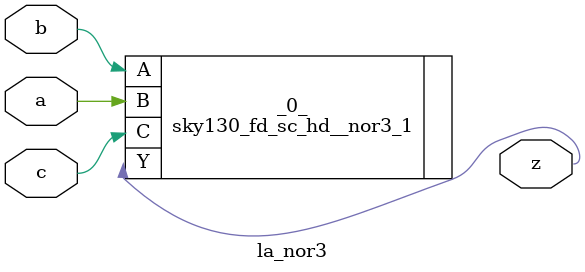
<source format=v>
/* Generated by Yosys 0.37 (git sha1 a5c7f69ed, clang 14.0.0-1ubuntu1.1 -fPIC -Os) */

module la_nor3(a, b, c, z);
  input a;
  wire a;
  input b;
  wire b;
  input c;
  wire c;
  output z;
  wire z;
  sky130_fd_sc_hd__nor3_1 _0_ (
    .A(b),
    .B(a),
    .C(c),
    .Y(z)
  );
endmodule

</source>
